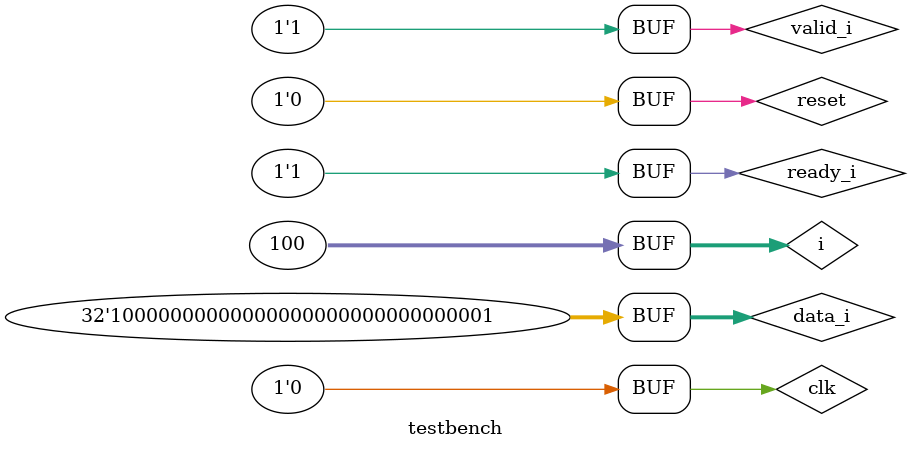
<source format=sv>


module testbench();

reg clk;
reg reset;
reg [31:0] data_i;
reg ready_i;
reg valid_i;
wire ready_o;
wire valid_o;
wire [31:0] data_o;

axi_wrapper #(
    .KEY_WIDTH(2),
    .DATA_WIDTH(28),
    .NUMBER_OF_TABLES(3),
    .HASH_TABLE_SIZE(96'h000000020000000200000002),
    .Q_MATRIX(12'h0))
the_table ( 
    .clk(clk),
    .reset(reset),
    .data_i(data_i),
    .ready_i(ready_i),
    .valid_i(valid_i),
    .ready_o(ready_o),
    .valid_o(valid_o),
    .data_o(data_o));
    
integer i;    
initial begin
    clk = 0;
    reset = 1;
    #5;
    clk = 1;
    #5;
    clk = 0;
    reset = 0;
    #5;
    for(i = 0; i<100; i = i+1) begin
        clk = ~clk;
        #5;
    end
end

initial begin
    data_i = 0;
    valid_i = 0;
    ready_i = 1;
    #10;
    valid_i = 1;
    data_i = 32'h80000001;
    #50;
end
endmodule

</source>
